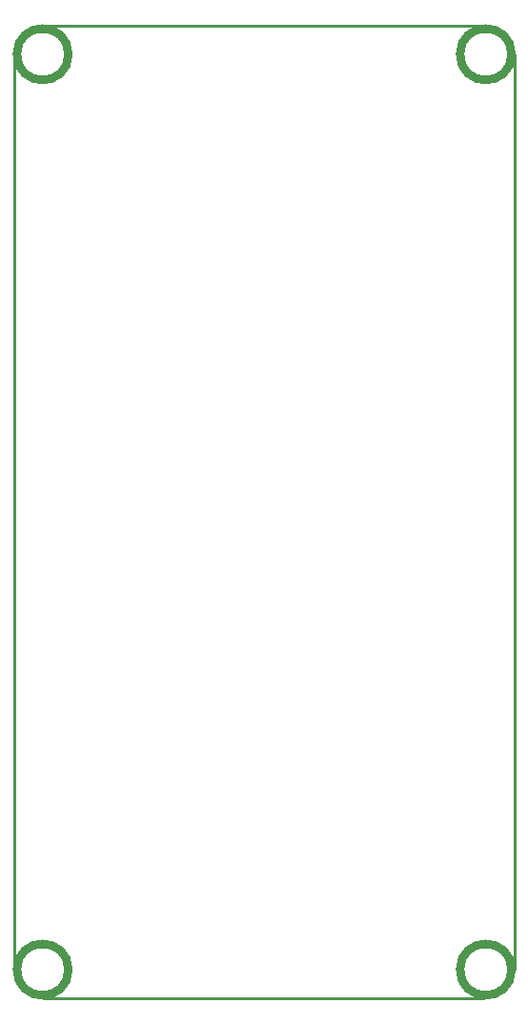
<source format=gko>
G04*
G04 #@! TF.GenerationSoftware,Altium Limited,Altium Designer,25.8.1 (18)*
G04*
G04 Layer_Color=16711935*
%FSLAX44Y44*%
%MOMM*%
G71*
G04*
G04 #@! TF.SameCoordinates,6AF8D778-47F9-488B-AB56-3A1079AA570C*
G04*
G04*
G04 #@! TF.FilePolarity,Positive*
G04*
G01*
G75*
%ADD14C,0.2540*%
%ADD82C,0.7620*%
D14*
X444500Y25400D02*
Y838200D01*
X27172Y863600D02*
X419100D01*
X-0Y838200D02*
X-0Y25400D01*
X25401Y0D02*
X25401Y-0D01*
X417456D01*
X444500Y25400D02*
X444500Y25400D01*
D82*
X441960Y25400D02*
G03*
X441960Y25400I-22860J0D01*
G01*
X48260D02*
G03*
X48260Y25400I-22860J0D01*
G01*
X441960Y838200D02*
G03*
X441960Y838200I-22860J0D01*
G01*
X48260D02*
G03*
X48260Y838200I-22860J0D01*
G01*
M02*

</source>
